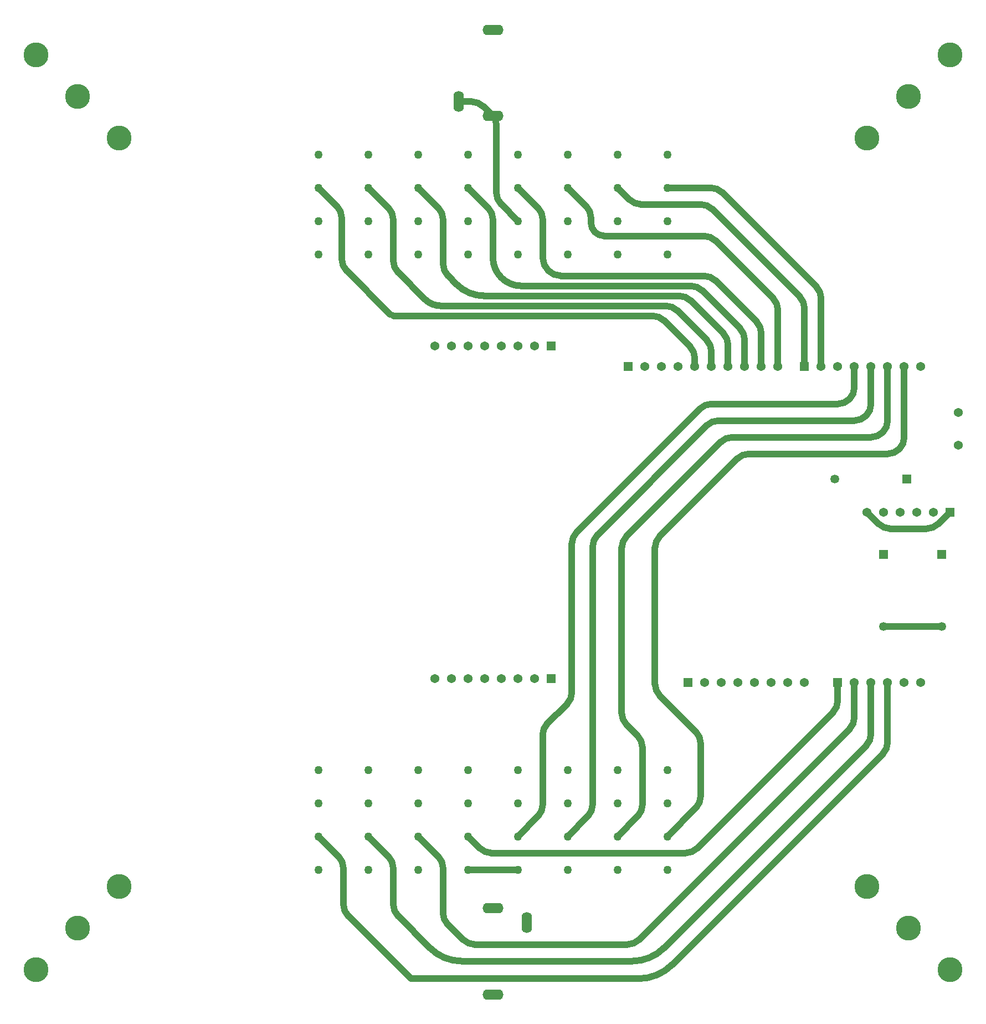
<source format=gbr>
%TF.GenerationSoftware,Altium Limited,Altium Designer,24.0.1 (36)*%
G04 Layer_Physical_Order=2*
G04 Layer_Color=16711680*
%FSLAX45Y45*%
%MOMM*%
%TF.SameCoordinates,866D2BB3-0181-4888-B1A9-34DB4857F756*%
%TF.FilePolarity,Positive*%
%TF.FileFunction,Copper,L2,Bot,Signal*%
%TF.Part,Single*%
G01*
G75*
%TA.AperFunction,Conductor*%
%ADD10C,1.01600*%
%TA.AperFunction,ComponentPad*%
%ADD11C,1.27000*%
%ADD12R,1.37000X1.37000*%
%ADD13C,1.37000*%
%ADD14R,1.35000X1.35000*%
%ADD15C,1.35000*%
%ADD16C,1.37160*%
%ADD17R,1.35000X1.35000*%
%TA.AperFunction,WasherPad*%
%ADD18C,3.81000*%
%TA.AperFunction,ComponentPad*%
%ADD19O,3.20000X1.60000*%
%ADD20O,1.60000X3.20000*%
D10*
X2220167Y-7126505D02*
G03*
X2741395Y-6910605I1J737126D01*
G01*
X-2286000Y-5990790D02*
G03*
X-2211605Y-6170395I254000J0D01*
G01*
X-963395Y-6656605D02*
G03*
X-477184Y-6858000I486210J486211D01*
G01*
X5958105Y-3693895D02*
G03*
X6032499Y-3514290I-179605J179605D01*
G01*
X-2286000Y-5439210D02*
G03*
X-2360395Y-5259605I-254000J0D01*
G01*
X5894605Y-179605D02*
G03*
X6074210Y-254000I179605J179605D01*
G01*
X6625790D02*
G03*
X6805395Y-179605I0J254000D01*
G01*
X-762000Y-6133198D02*
G03*
X-698500Y-6286500I216802J0D01*
G01*
X-455395Y-6529605D02*
G03*
X-275790Y-6604000I179605J179605D01*
G01*
X2053790D02*
G03*
X2233395Y-6529605I0J254000D01*
G01*
X2128184Y-6858000D02*
G03*
X2614395Y-6656605I1J687606D01*
G01*
X2211605Y-4646395D02*
G03*
X2286000Y-4466790I-179605J179605D01*
G01*
Y-3597710D02*
G03*
X2211605Y-3418105I-254000J0D01*
G01*
X1968500Y-3069790D02*
G03*
X2042895Y-3249395I254000J0D01*
G01*
Y-370105D02*
G03*
X1968500Y-549710I179605J-179605D01*
G01*
X3661210Y1143000D02*
G03*
X3481605Y1068605I0J-254000D01*
G01*
X3448921Y1397000D02*
G03*
X3269316Y1322605I0J-254000D01*
G01*
X3915210Y889000D02*
G03*
X3735605Y814605I0J-254000D01*
G01*
X2550895Y-370105D02*
G03*
X2476500Y-549710I179605J-179605D01*
G01*
Y-2625290D02*
G03*
X2550895Y-2804895I254000J0D01*
G01*
X3175000Y-3534210D02*
G03*
X3100605Y-3354605I-254000J0D01*
G01*
Y-4519395D02*
G03*
X3175000Y-4339790I-179605J179605D01*
G01*
X1598395Y-348316D02*
G03*
X1524000Y-527921I179605J-179605D01*
G01*
X1449605Y-4646395D02*
G03*
X1524000Y-4466790I-179605J179605D01*
G01*
X3343710Y1651000D02*
G03*
X3164105Y1576605I0J-254000D01*
G01*
X687605Y-4646395D02*
G03*
X762000Y-4466790I-179605J179605D01*
G01*
X825500Y-3238500D02*
G03*
X762000Y-3391802I153302J-153302D01*
G01*
X1132105Y-2931895D02*
G03*
X1206500Y-2752290I-179605J179605D01*
G01*
X1280895Y-306605D02*
G03*
X1206500Y-486210I179605J-179605D01*
G01*
X5270499Y1651000D02*
G03*
X5524499Y1905000I0J254000D01*
G01*
Y1397000D02*
G03*
X5778499Y1651000I0J254000D01*
G01*
Y1143000D02*
G03*
X6032499Y1397000I0J254000D01*
G01*
Y889000D02*
G03*
X6286499Y1143000I0J254000D01*
G01*
X-201395Y-5132605D02*
G03*
X-21790Y-5207000I179605J179605D01*
G01*
X2942790D02*
G03*
X3122395Y-5132605I0J254000D01*
G01*
X5196105Y-3058895D02*
G03*
X5270499Y-2879290I-179605J179605D01*
G01*
X-762000Y-5439210D02*
G03*
X-836395Y-5259605I-254000J0D01*
G01*
X5450105Y-3312895D02*
G03*
X5524499Y-3133290I-179605J179605D01*
G01*
X-1524000Y-5439210D02*
G03*
X-1598395Y-5259605I-254000J0D01*
G01*
X-1524000Y-5990790D02*
G03*
X-1449605Y-6170395I254000J0D01*
G01*
X5704105Y-3566895D02*
G03*
X5778499Y-3387290I-179605J179605D01*
G01*
X50800Y4880410D02*
G03*
X125195Y4700805I254000J0D01*
G01*
X50800Y5923358D02*
G03*
X0Y6046000I-173442J0D01*
G01*
X-145605Y6191605D02*
G03*
X-325210Y6266000I-179605J-179605D01*
G01*
X4102099Y2726890D02*
G03*
X4027705Y2906495I-254000J0D01*
G01*
X3401795Y3532405D02*
G03*
X3222190Y3606800I-179605J-179605D01*
G01*
X3198595Y3380005D02*
G03*
X3018990Y3454400I-179605J-179605D01*
G01*
X3848099Y2625290D02*
G03*
X3773705Y2804895I-254000J0D01*
G01*
X3020795Y3227605D02*
G03*
X2841190Y3302000I-179605J-179605D01*
G01*
X3594099Y2549090D02*
G03*
X3519705Y2728695I-254000J0D01*
G01*
X3340099Y2447490D02*
G03*
X3265705Y2627095I-254000J0D01*
G01*
X2817595Y3075205D02*
G03*
X2637990Y3149600I-179605J-179605D01*
G01*
X3086099Y2345890D02*
G03*
X3011705Y2525495I-254000J0D01*
G01*
X2614395Y2922805D02*
G03*
X2434790Y2997200I-179605J-179605D01*
G01*
X2084605Y4773395D02*
G03*
X2264210Y4699000I179605J179605D01*
G01*
X3350995Y4624605D02*
G03*
X3171390Y4699000I-179605J-179605D01*
G01*
X4762499Y3107890D02*
G03*
X4688105Y3287495I-254000J0D01*
G01*
X4356099Y3082490D02*
G03*
X4281705Y3262095I-254000J0D01*
G01*
X3401795Y4142005D02*
G03*
X3222190Y4216400I-179605J-179605D01*
G01*
X1498600Y4419600D02*
G03*
X1701800Y4216400I203200J0D01*
G01*
X1498600Y4492190D02*
G03*
X1424205Y4671795I-254000J0D01*
G01*
X-1524000Y4466790D02*
G03*
X-1598395Y4646395I-254000J0D01*
G01*
X-1524000Y3839010D02*
G03*
X-1449605Y3659405I254000J0D01*
G01*
X-762000Y4466790D02*
G03*
X-836395Y4646395I-254000J0D01*
G01*
X-762000Y3788210D02*
G03*
X-687605Y3608605I254000J0D01*
G01*
X0Y3886200D02*
G03*
X431800Y3454400I431800J0D01*
G01*
X-1572996Y3020794D02*
G03*
X-1516035Y2997200I56961J56961D01*
G01*
X-1039595Y3249394D02*
G03*
X-798669Y3149600I240926J240925D01*
G01*
X762000Y3886200D02*
G03*
X1041400Y3606800I279400J0D01*
G01*
X-556995Y3477994D02*
G03*
X-132106Y3302000I424889J424889D01*
G01*
X762000Y4466790D02*
G03*
X687605Y4646395I-254000J0D01*
G01*
X0Y4466790D02*
G03*
X-74395Y4646395I-254000J0D01*
G01*
X-2311400Y4492190D02*
G03*
X-2385795Y4671795I-254000J0D01*
G01*
X-2311400Y3864410D02*
G03*
X-2237005Y3684805I254000J0D01*
G01*
X3503395Y4878605D02*
G03*
X3323790Y4953000I-179605J-179605D01*
G01*
X5016499Y3260290D02*
G03*
X4942105Y3439895I-254000J0D01*
G01*
X-2211605Y-6170395D02*
X-1255495Y-7126505D01*
X2220167D01*
X-1449605Y-6170395D02*
X-963395Y-6656605D01*
X2741395Y-6910605D02*
X5958105Y-3693895D01*
X-2667000Y-4953000D02*
X-2360395Y-5259605D01*
X-2286000Y-5990790D02*
Y-5439210D01*
X5715000Y0D02*
X5894605Y-179605D01*
X5969000Y-1743800D02*
X6858000D01*
X6074210Y-254000D02*
X6625790D01*
X6805395Y-179605D02*
X6985000Y0D01*
X-381000Y-5461000D02*
X381000D01*
X-762000Y-6133198D02*
Y-5439210D01*
X-698500Y-6286500D02*
X-455395Y-6529605D01*
X-275790Y-6604000D02*
X2053790D01*
X2233395Y-6529605D02*
X5450105Y-3312895D01*
X-477184Y-6858000D02*
X2128184D01*
X1905000Y-4953000D02*
X2211605Y-4646395D01*
X2286000Y-4466790D02*
Y-3597710D01*
X2042895Y-3249395D02*
X2211605Y-3418105D01*
X1968500Y-3069790D02*
Y-549710D01*
X2042895Y-370105D02*
X3481605Y1068605D01*
X3661210Y1143000D02*
X5778499D01*
X-21790Y-5207000D02*
X2942790D01*
X1598395Y-348316D02*
X3269316Y1322605D01*
X1280895Y-306605D02*
X3164105Y1576605D01*
X3915210Y889000D02*
X6032499D01*
X2550895Y-370105D02*
X3735605Y814605D01*
X2476500Y-2625290D02*
Y-549710D01*
X2550895Y-2804895D02*
X3100605Y-3354605D01*
X3175000Y-4339790D02*
Y-3534210D01*
X2667000Y-4953000D02*
X3100605Y-4519395D01*
X3448921Y1397000D02*
X5524499D01*
X3343710Y1651000D02*
X5270499D01*
X1524000Y-4466790D02*
Y-527921D01*
X1143000Y-4953000D02*
X1449605Y-4646395D01*
X381000Y-4953000D02*
X687605Y-4646395D01*
X762000Y-4466790D02*
Y-3391802D01*
X825500Y-3238500D02*
X1132105Y-2931895D01*
X1206500Y-2752290D02*
Y-486210D01*
X5524499Y1905000D02*
Y2222501D01*
X5778499Y1651000D02*
Y2222501D01*
X6032499Y1397000D02*
Y2222501D01*
X6286499Y1143000D02*
Y2222501D01*
X-381000Y-4953000D02*
X-201395Y-5132605D01*
X3122395D02*
X5196105Y-3058895D01*
X5270499Y-2879290D02*
Y-2603499D01*
X-1143000Y-4953000D02*
X-836395Y-5259605D01*
X5524499Y-3133290D02*
Y-2603499D01*
X-1905000Y-4953000D02*
X-1598395Y-5259605D01*
X-1524000Y-5990790D02*
Y-5439210D01*
X2614395Y-6656605D02*
X5704105Y-3566895D01*
X5778499Y-3387290D02*
Y-2603499D01*
X6032499Y-3514290D02*
Y-2603499D01*
X125195Y4700805D02*
X381000Y4445000D01*
X50800Y4880410D02*
Y5923358D01*
X-145605Y6191605D02*
X0Y6046000D01*
X-520000Y6266000D02*
X-325210D01*
X4102099Y2222501D02*
Y2726890D01*
X3401795Y3532405D02*
X4027705Y2906495D01*
X1041400Y3606800D02*
X3222190D01*
X3198595Y3380005D02*
X3773705Y2804895D01*
X431800Y3454400D02*
X3018990D01*
X-132106Y3302000D02*
X2841190D01*
X3020795Y3227605D02*
X3519705Y2728695D01*
X2817595Y3075205D02*
X3265705Y2627095D01*
X2614395Y2922805D02*
X3011705Y2525495D01*
X1905000Y4953000D02*
X2084605Y4773395D01*
X2264210Y4699000D02*
X3171390D01*
X3350995Y4624605D02*
X4688105Y3287495D01*
X4762499Y2222501D02*
Y3107890D01*
X4356099Y2222501D02*
Y3082490D01*
X3401795Y4142005D02*
X4281705Y3262095D01*
X1701800Y4216400D02*
X3222190D01*
X1498600Y4419600D02*
Y4492190D01*
X1143000Y4953000D02*
X1424205Y4671795D01*
X3340099Y2222501D02*
Y2447490D01*
X-1905000Y4953000D02*
X-1598395Y4646395D01*
X-1449605Y3659405D02*
X-1039595Y3249395D01*
X-1524000Y3839010D02*
Y4466790D01*
X3594099Y2222501D02*
Y2549090D01*
X-1143000Y4953000D02*
X-836395Y4646395D01*
X-687605Y3608605D02*
X-556995Y3477995D01*
X-762000Y3788210D02*
Y4466790D01*
X-1516035Y2997200D02*
X2434790D01*
X-798669Y3149600D02*
X2637990D01*
X762000Y3886200D02*
Y4466790D01*
X381000Y4953000D02*
X687605Y4646395D01*
X-381000Y4953000D02*
X-74395Y4646395D01*
X0Y3886200D02*
Y4466790D01*
X3848099Y2222501D02*
Y2625290D01*
X-2237005Y3684805D02*
X-1572995Y3020795D01*
X-2667000Y4953000D02*
X-2385795Y4671795D01*
X-2311400Y3864410D02*
Y4492190D01*
X3086099Y2222501D02*
Y2345890D01*
X3503395Y4878605D02*
X4942105Y3439895D01*
X2667000Y4953000D02*
X3323790D01*
X5016499Y2222501D02*
Y3260290D01*
D11*
X-381000Y-5461000D02*
D03*
Y-4953000D02*
D03*
Y-4445000D02*
D03*
Y-3937000D02*
D03*
X-2667000D02*
D03*
Y-4445000D02*
D03*
Y-4953000D02*
D03*
Y-5461000D02*
D03*
X-1143000D02*
D03*
Y-4953000D02*
D03*
Y-4445000D02*
D03*
Y-3937000D02*
D03*
X-1905000Y-5461000D02*
D03*
Y-4953000D02*
D03*
Y-4445000D02*
D03*
Y-3937000D02*
D03*
X2667000Y5461000D02*
D03*
Y4953000D02*
D03*
Y4445000D02*
D03*
Y3937000D02*
D03*
X1905000Y5461000D02*
D03*
Y4953000D02*
D03*
Y4445000D02*
D03*
Y3937000D02*
D03*
X1143000Y5461000D02*
D03*
Y4953000D02*
D03*
Y4445000D02*
D03*
Y3937000D02*
D03*
X381000Y5461000D02*
D03*
Y4953000D02*
D03*
Y4445000D02*
D03*
Y3937000D02*
D03*
X-381000Y5461000D02*
D03*
Y4953000D02*
D03*
Y4445000D02*
D03*
Y3937000D02*
D03*
X-1143000Y5461000D02*
D03*
Y4953000D02*
D03*
Y4445000D02*
D03*
Y3937000D02*
D03*
X-1905000Y5461000D02*
D03*
Y4953000D02*
D03*
Y4445000D02*
D03*
Y3937000D02*
D03*
X-2667000Y5461000D02*
D03*
Y4953000D02*
D03*
Y4445000D02*
D03*
Y3937000D02*
D03*
X1905000Y-5461000D02*
D03*
Y-4953000D02*
D03*
Y-4445000D02*
D03*
Y-3937000D02*
D03*
X381000Y-5461000D02*
D03*
Y-4953000D02*
D03*
Y-4445000D02*
D03*
Y-3937000D02*
D03*
X1143000Y-5461000D02*
D03*
Y-4953000D02*
D03*
Y-4445000D02*
D03*
Y-3937000D02*
D03*
X2667000Y-5461000D02*
D03*
Y-4953000D02*
D03*
Y-4445000D02*
D03*
Y-3937000D02*
D03*
D12*
X889000Y2540000D02*
D03*
Y-2540000D02*
D03*
X2984499Y-2603499D02*
D03*
X2070099Y2222501D02*
D03*
X5270499Y-2603499D02*
D03*
X6985000Y0D02*
D03*
X4762499Y2222501D02*
D03*
D13*
X635000Y2540000D02*
D03*
X381000D02*
D03*
X127000D02*
D03*
X-127000D02*
D03*
X-381000D02*
D03*
X-635000D02*
D03*
X-889000D02*
D03*
Y-2540000D02*
D03*
X-635000D02*
D03*
X-381000D02*
D03*
X-127000D02*
D03*
X127000D02*
D03*
X381000D02*
D03*
X635000D02*
D03*
X4762499Y-2603499D02*
D03*
X4508499D02*
D03*
X4254499D02*
D03*
X4000499D02*
D03*
X3746499D02*
D03*
X3492499D02*
D03*
X3238499D02*
D03*
X4356099Y2222501D02*
D03*
X4102099D02*
D03*
X3848099D02*
D03*
X3594099D02*
D03*
X3340099D02*
D03*
X3086099D02*
D03*
X2832099D02*
D03*
X2578099D02*
D03*
X2324099D02*
D03*
X6540499Y-2603499D02*
D03*
X6286499D02*
D03*
X6032499D02*
D03*
X5778499D02*
D03*
X5524499D02*
D03*
X6731000Y0D02*
D03*
X6477000D02*
D03*
X6223000D02*
D03*
X5969000D02*
D03*
X5715000D02*
D03*
X6540499Y2222501D02*
D03*
X6286499D02*
D03*
X6032499D02*
D03*
X5778499D02*
D03*
X5524499D02*
D03*
X5270499D02*
D03*
X5016499D02*
D03*
D14*
X6858000Y-643800D02*
D03*
X5969000D02*
D03*
D15*
X6858000Y-1743800D02*
D03*
X5969000D02*
D03*
X5228500Y508000D02*
D03*
D16*
X7112000Y1024000D02*
D03*
Y1524000D02*
D03*
D17*
X6328500Y508000D02*
D03*
D18*
X-6985000Y6985000D02*
D03*
X6985000D02*
D03*
Y-6985000D02*
D03*
X-6985000D02*
D03*
X-6350000Y-6350000D02*
D03*
X6350000D02*
D03*
Y6350000D02*
D03*
X-6350000D02*
D03*
X-5715000Y5715000D02*
D03*
X5715000D02*
D03*
Y-5715000D02*
D03*
X-5715000D02*
D03*
D19*
X0Y-7366000D02*
D03*
Y-6046000D02*
D03*
Y7366000D02*
D03*
Y6046000D02*
D03*
D20*
X520000Y-6266000D02*
D03*
X-520000Y6266000D02*
D03*
%TF.MD5,5ba6282e0fcac3ca50f71e97d1272d13*%
M02*

</source>
